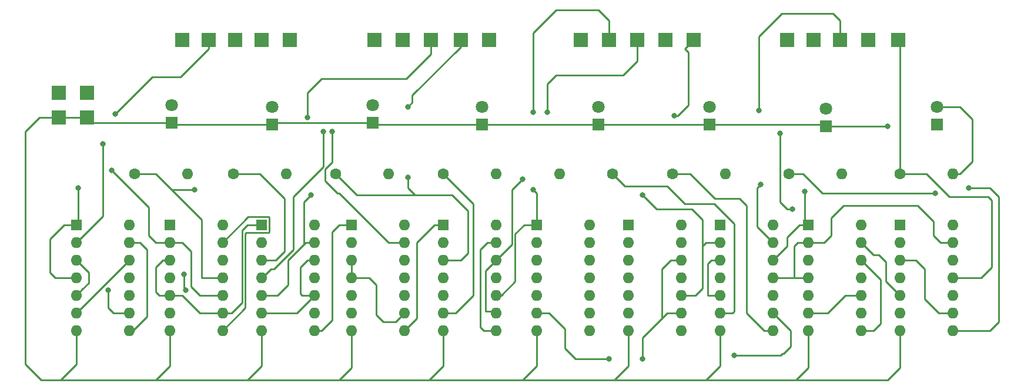
<source format=gbr>
%TF.GenerationSoftware,KiCad,Pcbnew,(5.1.6)-1*%
%TF.CreationDate,2020-12-20T18:45:25+01:00*%
%TF.ProjectId,Addierer,41646469-6572-4657-922e-6b696361645f,rev?*%
%TF.SameCoordinates,Original*%
%TF.FileFunction,Copper,L2,Bot*%
%TF.FilePolarity,Positive*%
%FSLAX46Y46*%
G04 Gerber Fmt 4.6, Leading zero omitted, Abs format (unit mm)*
G04 Created by KiCad (PCBNEW (5.1.6)-1) date 2020-12-20 18:45:25*
%MOMM*%
%LPD*%
G01*
G04 APERTURE LIST*
%TA.AperFunction,ComponentPad*%
%ADD10R,2.000000X2.000000*%
%TD*%
%TA.AperFunction,ComponentPad*%
%ADD11C,1.800000*%
%TD*%
%TA.AperFunction,ComponentPad*%
%ADD12R,1.800000X1.800000*%
%TD*%
%TA.AperFunction,ComponentPad*%
%ADD13C,1.600000*%
%TD*%
%TA.AperFunction,ComponentPad*%
%ADD14O,1.600000X1.600000*%
%TD*%
%TA.AperFunction,ComponentPad*%
%ADD15R,1.600000X1.600000*%
%TD*%
%TA.AperFunction,ViaPad*%
%ADD16C,0.800000*%
%TD*%
%TA.AperFunction,Conductor*%
%ADD17C,0.250000*%
%TD*%
G04 APERTURE END LIST*
D10*
%TO.P,GND1,1*%
%TO.N,GND*%
X59690000Y-109220000D03*
%TD*%
%TO.P,Vcc1,1*%
%TO.N,+5V*%
X59690000Y-105664000D03*
%TD*%
%TO.P,a1,1*%
%TO.N,Net-(U1-Pad1)*%
X77216000Y-98044000D03*
%TD*%
%TO.P,a2,1*%
%TO.N,Net-(U3-Pad4)*%
X105156000Y-98044000D03*
%TD*%
%TO.P,a3,1*%
%TO.N,Net-(U5-Pad12)*%
X134874000Y-98044000D03*
%TD*%
%TO.P,a4,1*%
%TO.N,Net-(U8-Pad12)*%
X164338000Y-98044000D03*
%TD*%
%TO.P,b1,1*%
%TO.N,Net-(U1-Pad2)*%
X81026000Y-98044000D03*
%TD*%
%TO.P,b2,1*%
%TO.N,Net-(U3-Pad13)*%
X109220000Y-98044000D03*
%TD*%
%TO.P,b3,1*%
%TO.N,Net-(U5-Pad10)*%
X138938000Y-98044000D03*
%TD*%
%TO.P,b4,1*%
%TO.N,Net-(U8-Pad13)*%
X168148000Y-98044000D03*
%TD*%
D11*
%TO.P,D1,2*%
%TO.N,Net-(D1-Pad2)*%
X71882000Y-107442000D03*
D12*
%TO.P,D1,1*%
%TO.N,GND*%
X71882000Y-109982000D03*
%TD*%
D11*
%TO.P,D2,2*%
%TO.N,Net-(D2-Pad2)*%
X86360000Y-107696000D03*
D12*
%TO.P,D2,1*%
%TO.N,GND*%
X86360000Y-110236000D03*
%TD*%
%TO.P,D3,1*%
%TO.N,GND*%
X100838000Y-109982000D03*
D11*
%TO.P,D3,2*%
%TO.N,Net-(D3-Pad2)*%
X100838000Y-107442000D03*
%TD*%
D12*
%TO.P,D4,1*%
%TO.N,GND*%
X116586000Y-110236000D03*
D11*
%TO.P,D4,2*%
%TO.N,Net-(D4-Pad2)*%
X116586000Y-107696000D03*
%TD*%
D12*
%TO.P,D5,1*%
%TO.N,GND*%
X133350000Y-110236000D03*
D11*
%TO.P,D5,2*%
%TO.N,Net-(D5-Pad2)*%
X133350000Y-107696000D03*
%TD*%
%TO.P,D6,2*%
%TO.N,Net-(D6-Pad2)*%
X149352000Y-107696000D03*
D12*
%TO.P,D6,1*%
%TO.N,GND*%
X149352000Y-110236000D03*
%TD*%
D11*
%TO.P,D7,2*%
%TO.N,Net-(D7-Pad2)*%
X166116000Y-107950000D03*
D12*
%TO.P,D7,1*%
%TO.N,GND*%
X166116000Y-110490000D03*
%TD*%
%TO.P,D8,1*%
%TO.N,GND*%
X182118000Y-110236000D03*
D11*
%TO.P,D8,2*%
%TO.N,Net-(D8-Pad2)*%
X182118000Y-107696000D03*
%TD*%
D10*
%TO.P,GND1,1*%
%TO.N,GND*%
X55626000Y-109220000D03*
%TD*%
D13*
%TO.P,R1,1*%
%TO.N,Net-(R1-Pad1)*%
X66548000Y-117348000D03*
D14*
%TO.P,R1,2*%
%TO.N,Net-(D1-Pad2)*%
X74168000Y-117348000D03*
%TD*%
%TO.P,R2,2*%
%TO.N,Net-(D2-Pad2)*%
X88392000Y-117348000D03*
D13*
%TO.P,R2,1*%
%TO.N,Net-(R2-Pad1)*%
X80772000Y-117348000D03*
%TD*%
%TO.P,R3,1*%
%TO.N,Net-(R3-Pad1)*%
X95504000Y-117348000D03*
D14*
%TO.P,R3,2*%
%TO.N,Net-(D3-Pad2)*%
X103124000Y-117348000D03*
%TD*%
%TO.P,R4,2*%
%TO.N,Net-(D4-Pad2)*%
X118618000Y-117348000D03*
D13*
%TO.P,R4,1*%
%TO.N,Net-(R4-Pad1)*%
X110998000Y-117348000D03*
%TD*%
%TO.P,R5,1*%
%TO.N,Net-(R5-Pad1)*%
X135382000Y-117348000D03*
D14*
%TO.P,R5,2*%
%TO.N,Net-(D5-Pad2)*%
X127762000Y-117348000D03*
%TD*%
%TO.P,R6,2*%
%TO.N,Net-(D6-Pad2)*%
X151638000Y-117348000D03*
D13*
%TO.P,R6,1*%
%TO.N,Net-(R6-Pad1)*%
X144018000Y-117348000D03*
%TD*%
%TO.P,R7,1*%
%TO.N,Net-(R7-Pad1)*%
X160782000Y-117348000D03*
D14*
%TO.P,R7,2*%
%TO.N,Net-(D7-Pad2)*%
X168402000Y-117348000D03*
%TD*%
D10*
%TO.P,S1,1*%
%TO.N,Net-(R1-Pad1)*%
X84836000Y-98044000D03*
%TD*%
%TO.P,S2,1*%
%TO.N,Net-(R3-Pad1)*%
X113538000Y-98044000D03*
%TD*%
%TO.P,S3,1*%
%TO.N,Net-(R5-Pad1)*%
X143002000Y-98044000D03*
%TD*%
%TO.P,S4,1*%
%TO.N,Net-(R7-Pad1)*%
X172212000Y-98044000D03*
%TD*%
D14*
%TO.P,U1,14*%
%TO.N,+5V*%
X65786000Y-124714000D03*
%TO.P,U1,7*%
%TO.N,GND*%
X58166000Y-139954000D03*
%TO.P,U1,13*%
%TO.N,Net-(U1-Pad13)*%
X65786000Y-127254000D03*
%TO.P,U1,6*%
%TO.N,Net-(U1-Pad12)*%
X58166000Y-137414000D03*
%TO.P,U1,12*%
X65786000Y-129794000D03*
%TO.P,U1,5*%
%TO.N,Net-(U1-Pad10)*%
X58166000Y-134874000D03*
%TO.P,U1,11*%
%TO.N,Net-(U1-Pad11)*%
X65786000Y-132334000D03*
%TO.P,U1,4*%
%TO.N,Net-(U1-Pad1)*%
X58166000Y-132334000D03*
%TO.P,U1,10*%
%TO.N,Net-(U1-Pad10)*%
X65786000Y-134874000D03*
%TO.P,U1,3*%
X58166000Y-129794000D03*
%TO.P,U1,9*%
%TO.N,Net-(U1-Pad2)*%
X65786000Y-137414000D03*
%TO.P,U1,2*%
X58166000Y-127254000D03*
%TO.P,U1,8*%
%TO.N,Net-(U1-Pad13)*%
X65786000Y-139954000D03*
D15*
%TO.P,U1,1*%
%TO.N,Net-(U1-Pad1)*%
X58166000Y-124714000D03*
%TD*%
D14*
%TO.P,U2,14*%
%TO.N,+5V*%
X79248000Y-124714000D03*
%TO.P,U2,7*%
%TO.N,GND*%
X71628000Y-139954000D03*
%TO.P,U2,13*%
%TO.N,Net-(U2-Pad13)*%
X79248000Y-127254000D03*
%TO.P,U2,6*%
%TO.N,Net-(U2-Pad12)*%
X71628000Y-137414000D03*
%TO.P,U2,12*%
X79248000Y-129794000D03*
%TO.P,U2,5*%
%TO.N,Net-(U2-Pad3)*%
X71628000Y-134874000D03*
%TO.P,U2,11*%
%TO.N,Net-(R1-Pad1)*%
X79248000Y-132334000D03*
%TO.P,U2,4*%
%TO.N,Net-(U1-Pad11)*%
X71628000Y-132334000D03*
%TO.P,U2,10*%
%TO.N,Net-(U2-Pad10)*%
X79248000Y-134874000D03*
%TO.P,U2,3*%
%TO.N,Net-(U2-Pad3)*%
X71628000Y-129794000D03*
%TO.P,U2,9*%
X79248000Y-137414000D03*
%TO.P,U2,2*%
%TO.N,Net-(U2-Pad10)*%
X71628000Y-127254000D03*
%TO.P,U2,8*%
%TO.N,Net-(U2-Pad13)*%
X79248000Y-139954000D03*
D15*
%TO.P,U2,1*%
%TO.N,Net-(U1-Pad11)*%
X71628000Y-124714000D03*
%TD*%
%TO.P,U3,1*%
%TO.N,Net-(U2-Pad3)*%
X84836000Y-124714000D03*
D14*
%TO.P,U3,8*%
%TO.N,Net-(U3-Pad8)*%
X92456000Y-139954000D03*
%TO.P,U3,2*%
%TO.N,Net-(U1-Pad10)*%
X84836000Y-127254000D03*
%TO.P,U3,9*%
%TO.N,Net-(U3-Pad4)*%
X92456000Y-137414000D03*
%TO.P,U3,3*%
%TO.N,Net-(R2-Pad1)*%
X84836000Y-129794000D03*
%TO.P,U3,10*%
%TO.N,Net-(U3-Pad10)*%
X92456000Y-134874000D03*
%TO.P,U3,4*%
%TO.N,Net-(U3-Pad4)*%
X84836000Y-132334000D03*
%TO.P,U3,11*%
%TO.N,Net-(U3-Pad11)*%
X92456000Y-132334000D03*
%TO.P,U3,5*%
%TO.N,Net-(U3-Pad13)*%
X84836000Y-134874000D03*
%TO.P,U3,12*%
%TO.N,Net-(U3-Pad10)*%
X92456000Y-129794000D03*
%TO.P,U3,6*%
X84836000Y-137414000D03*
%TO.P,U3,13*%
%TO.N,Net-(U3-Pad13)*%
X92456000Y-127254000D03*
%TO.P,U3,7*%
%TO.N,GND*%
X84836000Y-139954000D03*
%TO.P,U3,14*%
%TO.N,+5V*%
X92456000Y-124714000D03*
%TD*%
%TO.P,U4,14*%
%TO.N,+5V*%
X105410000Y-124714000D03*
%TO.P,U4,7*%
%TO.N,GND*%
X97790000Y-139954000D03*
%TO.P,U4,13*%
%TO.N,Net-(U4-Pad13)*%
X105410000Y-127254000D03*
%TO.P,U4,6*%
%TO.N,Net-(U4-Pad10)*%
X97790000Y-137414000D03*
%TO.P,U4,12*%
X105410000Y-129794000D03*
%TO.P,U4,5*%
%TO.N,Net-(U4-Pad13)*%
X97790000Y-134874000D03*
%TO.P,U4,11*%
%TO.N,Net-(U4-Pad11)*%
X105410000Y-132334000D03*
%TO.P,U4,4*%
%TO.N,Net-(U4-Pad3)*%
X97790000Y-132334000D03*
%TO.P,U4,10*%
%TO.N,Net-(U4-Pad10)*%
X105410000Y-134874000D03*
%TO.P,U4,3*%
%TO.N,Net-(U4-Pad3)*%
X97790000Y-129794000D03*
%TO.P,U4,9*%
X105410000Y-137414000D03*
%TO.P,U4,2*%
%TO.N,Net-(U3-Pad11)*%
X97790000Y-127254000D03*
%TO.P,U4,8*%
%TO.N,Net-(U4-Pad8)*%
X105410000Y-139954000D03*
D15*
%TO.P,U4,1*%
%TO.N,Net-(U3-Pad8)*%
X97790000Y-124714000D03*
%TD*%
%TO.P,U5,1*%
%TO.N,Net-(U4-Pad8)*%
X110998000Y-124714000D03*
D14*
%TO.P,U5,8*%
%TO.N,Net-(U5-Pad13)*%
X118618000Y-139954000D03*
%TO.P,U5,2*%
%TO.N,Net-(U4-Pad11)*%
X110998000Y-127254000D03*
%TO.P,U5,9*%
%TO.N,Net-(U5-Pad12)*%
X118618000Y-137414000D03*
%TO.P,U5,3*%
%TO.N,Net-(R3-Pad1)*%
X110998000Y-129794000D03*
%TO.P,U5,10*%
%TO.N,Net-(U5-Pad10)*%
X118618000Y-134874000D03*
%TO.P,U5,4*%
%TO.N,Net-(U4-Pad10)*%
X110998000Y-132334000D03*
%TO.P,U5,11*%
%TO.N,Net-(U5-Pad11)*%
X118618000Y-132334000D03*
%TO.P,U5,5*%
%TO.N,Net-(U3-Pad10)*%
X110998000Y-134874000D03*
%TO.P,U5,12*%
%TO.N,Net-(U5-Pad12)*%
X118618000Y-129794000D03*
%TO.P,U5,6*%
%TO.N,Net-(R4-Pad1)*%
X110998000Y-137414000D03*
%TO.P,U5,13*%
%TO.N,Net-(U5-Pad13)*%
X118618000Y-127254000D03*
%TO.P,U5,7*%
%TO.N,GND*%
X110998000Y-139954000D03*
%TO.P,U5,14*%
%TO.N,+5V*%
X118618000Y-124714000D03*
%TD*%
%TO.P,U6,14*%
%TO.N,+5V*%
X132080000Y-124714000D03*
%TO.P,U6,7*%
%TO.N,GND*%
X124460000Y-139954000D03*
%TO.P,U6,13*%
%TO.N,N/C*%
X132080000Y-127254000D03*
%TO.P,U6,6*%
%TO.N,Net-(U6-Pad6)*%
X124460000Y-137414000D03*
%TO.P,U6,12*%
%TO.N,N/C*%
X132080000Y-129794000D03*
%TO.P,U6,5*%
%TO.N,Net-(U6-Pad3)*%
X124460000Y-134874000D03*
%TO.P,U6,11*%
%TO.N,N/C*%
X132080000Y-132334000D03*
%TO.P,U6,4*%
%TO.N,Net-(U5-Pad11)*%
X124460000Y-132334000D03*
%TO.P,U6,10*%
%TO.N,N/C*%
X132080000Y-134874000D03*
%TO.P,U6,3*%
%TO.N,Net-(U6-Pad3)*%
X124460000Y-129794000D03*
%TO.P,U6,9*%
%TO.N,N/C*%
X132080000Y-137414000D03*
%TO.P,U6,2*%
%TO.N,Net-(U5-Pad13)*%
X124460000Y-127254000D03*
%TO.P,U6,8*%
%TO.N,N/C*%
X132080000Y-139954000D03*
D15*
%TO.P,U6,1*%
%TO.N,Net-(U5-Pad10)*%
X124460000Y-124714000D03*
%TD*%
%TO.P,U7,1*%
%TO.N,N/C*%
X137668000Y-124714000D03*
D14*
%TO.P,U7,8*%
%TO.N,Net-(U7-Pad13)*%
X145288000Y-139954000D03*
%TO.P,U7,2*%
%TO.N,N/C*%
X137668000Y-127254000D03*
%TO.P,U7,9*%
%TO.N,Net-(U6-Pad6)*%
X145288000Y-137414000D03*
%TO.P,U7,3*%
%TO.N,N/C*%
X137668000Y-129794000D03*
%TO.P,U7,10*%
%TO.N,Net-(U7-Pad10)*%
X145288000Y-134874000D03*
%TO.P,U7,4*%
%TO.N,N/C*%
X137668000Y-132334000D03*
%TO.P,U7,11*%
%TO.N,Net-(U7-Pad11)*%
X145288000Y-132334000D03*
%TO.P,U7,5*%
%TO.N,N/C*%
X137668000Y-134874000D03*
%TO.P,U7,12*%
%TO.N,Net-(U6-Pad6)*%
X145288000Y-129794000D03*
%TO.P,U7,6*%
%TO.N,N/C*%
X137668000Y-137414000D03*
%TO.P,U7,13*%
%TO.N,Net-(U7-Pad13)*%
X145288000Y-127254000D03*
%TO.P,U7,7*%
%TO.N,GND*%
X137668000Y-139954000D03*
%TO.P,U7,14*%
%TO.N,+5V*%
X145288000Y-124714000D03*
%TD*%
%TO.P,U8,14*%
%TO.N,+5V*%
X158496000Y-124714000D03*
%TO.P,U8,7*%
%TO.N,GND*%
X150876000Y-139954000D03*
%TO.P,U8,13*%
%TO.N,Net-(U8-Pad13)*%
X158496000Y-127254000D03*
%TO.P,U8,6*%
%TO.N,Net-(R5-Pad1)*%
X150876000Y-137414000D03*
%TO.P,U8,12*%
%TO.N,Net-(U8-Pad12)*%
X158496000Y-129794000D03*
%TO.P,U8,5*%
%TO.N,Net-(U8-Pad3)*%
X150876000Y-134874000D03*
%TO.P,U8,11*%
%TO.N,Net-(U10-Pad13)*%
X158496000Y-132334000D03*
%TO.P,U8,4*%
%TO.N,Net-(U7-Pad11)*%
X150876000Y-132334000D03*
%TO.P,U8,10*%
%TO.N,Net-(U5-Pad13)*%
X158496000Y-134874000D03*
%TO.P,U8,3*%
%TO.N,Net-(U8-Pad3)*%
X150876000Y-129794000D03*
%TO.P,U8,9*%
%TO.N,Net-(U7-Pad13)*%
X158496000Y-137414000D03*
%TO.P,U8,2*%
%TO.N,Net-(U7-Pad10)*%
X150876000Y-127254000D03*
%TO.P,U8,8*%
%TO.N,Net-(R6-Pad1)*%
X158496000Y-139954000D03*
D15*
%TO.P,U8,1*%
%TO.N,Net-(U7-Pad13)*%
X150876000Y-124714000D03*
%TD*%
%TO.P,U9,1*%
%TO.N,Net-(U8-Pad12)*%
X163576000Y-124714000D03*
D14*
%TO.P,U9,8*%
%TO.N,Net-(U10-Pad1)*%
X171196000Y-139954000D03*
%TO.P,U9,2*%
%TO.N,Net-(U10-Pad13)*%
X163576000Y-127254000D03*
%TO.P,U9,9*%
%TO.N,Net-(U9-Pad3)*%
X171196000Y-137414000D03*
%TO.P,U9,3*%
X163576000Y-129794000D03*
%TO.P,U9,10*%
%TO.N,Net-(U9-Pad10)*%
X171196000Y-134874000D03*
%TO.P,U9,4*%
%TO.N,Net-(U10-Pad13)*%
X163576000Y-132334000D03*
%TO.P,U9,11*%
%TO.N,Net-(U10-Pad12)*%
X171196000Y-132334000D03*
%TO.P,U9,5*%
%TO.N,Net-(U8-Pad13)*%
X163576000Y-134874000D03*
%TO.P,U9,12*%
%TO.N,Net-(U10-Pad1)*%
X171196000Y-129794000D03*
%TO.P,U9,6*%
%TO.N,Net-(U9-Pad10)*%
X163576000Y-137414000D03*
%TO.P,U9,13*%
%TO.N,Net-(U10-Pad5)*%
X171196000Y-127254000D03*
%TO.P,U9,7*%
%TO.N,GND*%
X163576000Y-139954000D03*
%TO.P,U9,14*%
%TO.N,+5V*%
X171196000Y-124714000D03*
%TD*%
D15*
%TO.P,U10,1*%
%TO.N,Net-(U10-Pad1)*%
X176784000Y-124714000D03*
D14*
%TO.P,U10,8*%
%TO.N,Net-(R7-Pad1)*%
X184404000Y-139954000D03*
%TO.P,U10,2*%
%TO.N,Net-(U10-Pad12)*%
X176784000Y-127254000D03*
%TO.P,U10,9*%
%TO.N,Net-(U10-Pad3)*%
X184404000Y-137414000D03*
%TO.P,U10,3*%
X176784000Y-129794000D03*
%TO.P,U10,10*%
%TO.N,Net-(U10-Pad10)*%
X184404000Y-134874000D03*
%TO.P,U10,4*%
%TO.N,Net-(U10-Pad12)*%
X176784000Y-132334000D03*
%TO.P,U10,11*%
%TO.N,Net-(R8-Pad1)*%
X184404000Y-132334000D03*
%TO.P,U10,5*%
%TO.N,Net-(U10-Pad5)*%
X176784000Y-134874000D03*
%TO.P,U10,12*%
%TO.N,Net-(U10-Pad12)*%
X184404000Y-129794000D03*
%TO.P,U10,6*%
%TO.N,Net-(U10-Pad10)*%
X176784000Y-137414000D03*
%TO.P,U10,13*%
%TO.N,Net-(U10-Pad13)*%
X184404000Y-127254000D03*
%TO.P,U10,7*%
%TO.N,GND*%
X176784000Y-139954000D03*
%TO.P,U10,14*%
%TO.N,+5V*%
X184404000Y-124714000D03*
%TD*%
D10*
%TO.P,Un1,1*%
%TO.N,Net-(U2-Pad10)*%
X73406000Y-98044000D03*
%TD*%
%TO.P,Un2,1*%
%TO.N,Net-(U4-Pad13)*%
X101092000Y-98044000D03*
%TD*%
%TO.P,Un3,1*%
%TO.N,Net-(U7-Pad10)*%
X130810000Y-98044000D03*
%TD*%
%TO.P,Un4,1*%
%TO.N,Net-(U10-Pad5)*%
X160528000Y-98044000D03*
%TD*%
%TO.P,Vcc1,1*%
%TO.N,+5V*%
X55626000Y-105664000D03*
%TD*%
%TO.P,\u00DCn+1,1*%
%TO.N,Net-(R2-Pad1)*%
X88900000Y-98044000D03*
%TD*%
%TO.P,\u00DCn+2,1*%
%TO.N,Net-(R4-Pad1)*%
X117602000Y-98044000D03*
%TD*%
%TO.P,\u00DCn+3,1*%
%TO.N,Net-(R6-Pad1)*%
X147066000Y-98044000D03*
%TD*%
%TO.P,\u00DCn+4,1*%
%TO.N,Net-(R8-Pad1)*%
X176530000Y-98044000D03*
%TD*%
D13*
%TO.P,R8,1*%
%TO.N,Net-(R8-Pad1)*%
X176784000Y-117348000D03*
D14*
%TO.P,R8,2*%
%TO.N,Net-(D8-Pad2)*%
X184404000Y-117348000D03*
%TD*%
D16*
%TO.N,Net-(U1-Pad1)*%
X63754000Y-108712000D03*
X58420000Y-119380000D03*
%TO.N,Net-(U1-Pad2)*%
X62738000Y-134112000D03*
X61976000Y-113030000D03*
%TO.N,Net-(R1-Pad1)*%
X75184000Y-119634000D03*
%TO.N,Net-(R3-Pad1)*%
X105918000Y-107696000D03*
X105918000Y-117856000D03*
%TO.N,Net-(U2-Pad10)*%
X63246000Y-116840000D03*
%TO.N,Net-(U2-Pad12)*%
X73660000Y-131826000D03*
X73918653Y-134116653D03*
%TO.N,Net-(U3-Pad4)*%
X93726000Y-111252000D03*
%TO.N,Net-(U3-Pad13)*%
X91440000Y-109220000D03*
X91948000Y-120396000D03*
%TO.N,Net-(U4-Pad13)*%
X94996000Y-111252000D03*
%TO.N,Net-(U5-Pad12)*%
X123952000Y-108458000D03*
X122428000Y-118110000D03*
%TO.N,Net-(U5-Pad10)*%
X125984000Y-108458000D03*
X123952000Y-119634000D03*
%TO.N,Net-(R6-Pad1)*%
X144272000Y-108966000D03*
%TO.N,Net-(R7-Pad1)*%
X181864000Y-120142000D03*
X186690000Y-119380000D03*
%TO.N,Net-(U6-Pad6)*%
X134874000Y-144018000D03*
X139700000Y-144018000D03*
%TO.N,Net-(U7-Pad13)*%
X152908000Y-143510000D03*
%TO.N,Net-(U7-Pad10)*%
X139700000Y-120396000D03*
%TO.N,Net-(U8-Pad12)*%
X163068000Y-119888000D03*
%TO.N,Net-(U8-Pad13)*%
X156464000Y-108204000D03*
X156718000Y-118872000D03*
%TO.N,Net-(U10-Pad5)*%
X161290000Y-122428000D03*
X159524991Y-111518991D03*
%TO.N,GND*%
X86360000Y-110236000D03*
X175006000Y-110490000D03*
%TD*%
D17*
%TO.N,Net-(U1-Pad1)*%
X77216000Y-98044000D02*
X77216000Y-99314000D01*
X77216000Y-99314000D02*
X73152000Y-103378000D01*
X73152000Y-103378000D02*
X69088000Y-103378000D01*
X69088000Y-103378000D02*
X63754000Y-108712000D01*
X63754000Y-108712000D02*
X63754000Y-108712000D01*
X58420000Y-124460000D02*
X58166000Y-124714000D01*
X58420000Y-119380000D02*
X58420000Y-124460000D01*
X58166000Y-124714000D02*
X56388000Y-124714000D01*
X56388000Y-124714000D02*
X54356000Y-126746000D01*
X54356000Y-126746000D02*
X54356000Y-131572000D01*
X55118000Y-132334000D02*
X58166000Y-132334000D01*
X54356000Y-131572000D02*
X55118000Y-132334000D01*
%TO.N,Net-(U1-Pad2)*%
X65786000Y-137414000D02*
X63500000Y-137414000D01*
X63500000Y-137414000D02*
X62738000Y-136652000D01*
X62738000Y-136652000D02*
X62738000Y-134112000D01*
X61976000Y-123444000D02*
X58166000Y-127254000D01*
X61976000Y-113030000D02*
X61976000Y-123444000D01*
%TO.N,Net-(R1-Pad1)*%
X79248000Y-132334000D02*
X76200000Y-132334000D01*
X76200000Y-132334000D02*
X76200000Y-123952000D01*
X69596000Y-117348000D02*
X66548000Y-117348000D01*
X76200000Y-123952000D02*
X71882000Y-119634000D01*
X75184000Y-119634000D02*
X71882000Y-119634000D01*
X71882000Y-119634000D02*
X69596000Y-117348000D01*
%TO.N,Net-(R3-Pad1)*%
X113538000Y-129794000D02*
X110998000Y-129794000D01*
X95504000Y-117348000D02*
X98552000Y-120396000D01*
X114554000Y-128778000D02*
X113538000Y-129794000D01*
X112268000Y-120396000D02*
X114554000Y-122682000D01*
X114554000Y-122682000D02*
X114554000Y-128778000D01*
X113538000Y-98044000D02*
X113538000Y-99060000D01*
X106553000Y-107061000D02*
X105918000Y-107696000D01*
X106553000Y-106045000D02*
X106553000Y-107061000D01*
X113538000Y-99060000D02*
X106553000Y-106045000D01*
X105918000Y-119380000D02*
X106934000Y-120396000D01*
X105918000Y-117856000D02*
X105918000Y-119380000D01*
X98552000Y-120396000D02*
X106934000Y-120396000D01*
X106934000Y-120396000D02*
X112268000Y-120396000D01*
%TO.N,Net-(U1-Pad13)*%
X65786000Y-127254000D02*
X67310000Y-127254000D01*
X67310000Y-127254000D02*
X68326000Y-128270000D01*
X68326000Y-128270000D02*
X68326000Y-137922000D01*
X66294000Y-139954000D02*
X65786000Y-139954000D01*
X68326000Y-137922000D02*
X66294000Y-139954000D01*
%TO.N,Net-(U1-Pad10)*%
X58166000Y-129794000D02*
X59944000Y-131572000D01*
X59055000Y-133985000D02*
X59944000Y-133096000D01*
X59055000Y-133985000D02*
X58166000Y-134874000D01*
X59182000Y-133858000D02*
X59055000Y-133985000D01*
X59944000Y-133096000D02*
X59944000Y-131572000D01*
%TO.N,Net-(U1-Pad12)*%
X58166000Y-137414000D02*
X65786000Y-129794000D01*
%TO.N,Net-(U2-Pad10)*%
X71628000Y-127254000D02*
X73406000Y-127254000D01*
X73406000Y-127254000D02*
X74676000Y-128524000D01*
X74676000Y-128524000D02*
X74676000Y-133604000D01*
X75946000Y-134874000D02*
X79248000Y-134874000D01*
X74676000Y-133604000D02*
X75946000Y-134874000D01*
X63246000Y-116840000D02*
X68580000Y-122174000D01*
X68580000Y-122174000D02*
X68580000Y-126238000D01*
X69596000Y-127254000D02*
X71628000Y-127254000D01*
X68580000Y-126238000D02*
X69596000Y-127254000D01*
%TO.N,Net-(U2-Pad3)*%
X79248000Y-137414000D02*
X75946000Y-137414000D01*
X73406000Y-134874000D02*
X71628000Y-134874000D01*
X75946000Y-137414000D02*
X73406000Y-134874000D01*
X70104000Y-134874000D02*
X71628000Y-134874000D01*
X69596000Y-130810000D02*
X69596000Y-134366000D01*
X69596000Y-134366000D02*
X70104000Y-134874000D01*
X71628000Y-129794000D02*
X70612000Y-129794000D01*
X70612000Y-129794000D02*
X69596000Y-130810000D01*
X84836000Y-124714000D02*
X82804000Y-124714000D01*
X82804000Y-124714000D02*
X82042000Y-125476000D01*
X82042000Y-125476000D02*
X82042000Y-135890000D01*
X80518000Y-137414000D02*
X79248000Y-137414000D01*
X82042000Y-135890000D02*
X80518000Y-137414000D01*
%TO.N,Net-(U2-Pad12)*%
X73660000Y-131826000D02*
X73660000Y-133858000D01*
X73660000Y-133858000D02*
X73918653Y-134116653D01*
%TO.N,Net-(U2-Pad13)*%
X82492010Y-136709990D02*
X79248000Y-139954000D01*
X82492010Y-126015602D02*
X82492010Y-136709990D01*
X85896001Y-125839001D02*
X82668611Y-125839001D01*
X85961001Y-125774001D02*
X85896001Y-125839001D01*
X85961001Y-123653999D02*
X85961001Y-125774001D01*
X82668611Y-125839001D02*
X82492010Y-126015602D01*
X85896001Y-123588999D02*
X85961001Y-123653999D01*
X82913001Y-123588999D02*
X85896001Y-123588999D01*
X79248000Y-127254000D02*
X82913001Y-123588999D01*
%TO.N,Net-(U3-Pad4)*%
X84964410Y-132334000D02*
X86234410Y-131064000D01*
X84836000Y-132334000D02*
X84964410Y-132334000D01*
X86234410Y-131064000D02*
X86614000Y-131064000D01*
X86614000Y-131064000D02*
X88138000Y-129540000D01*
X88138000Y-129540000D02*
X89408000Y-128270000D01*
X89408000Y-128270000D02*
X89408000Y-120650000D01*
X89408000Y-120650000D02*
X93726000Y-116332000D01*
X93726000Y-116332000D02*
X93726000Y-111252000D01*
%TO.N,Net-(U3-Pad13)*%
X92456000Y-127254000D02*
X91186000Y-127254000D01*
X88646000Y-129794000D02*
X88646000Y-133350000D01*
X87122000Y-134874000D02*
X84836000Y-134874000D01*
X88646000Y-133350000D02*
X87122000Y-134874000D01*
X109220000Y-98044000D02*
X109220000Y-100076000D01*
X109220000Y-100076000D02*
X105664000Y-103632000D01*
X105664000Y-103632000D02*
X93472000Y-103632000D01*
X93472000Y-103632000D02*
X91440000Y-105664000D01*
X91440000Y-105664000D02*
X91440000Y-109220000D01*
X90932000Y-121412000D02*
X90932000Y-127508000D01*
X91948000Y-120396000D02*
X90932000Y-121412000D01*
X91186000Y-127254000D02*
X90932000Y-127508000D01*
X90932000Y-127508000D02*
X88646000Y-129794000D01*
%TO.N,Net-(R2-Pad1)*%
X80772000Y-117348000D02*
X84582000Y-117348000D01*
X84582000Y-117348000D02*
X88138000Y-120904000D01*
X88138000Y-120904000D02*
X88138000Y-128524000D01*
X86868000Y-129794000D02*
X84836000Y-129794000D01*
X88138000Y-128524000D02*
X86868000Y-129794000D01*
%TO.N,Net-(R4-Pad1)*%
X110998000Y-117348000D02*
X115316000Y-121666000D01*
X115316000Y-121666000D02*
X115316000Y-134874000D01*
X112776000Y-137414000D02*
X110998000Y-137414000D01*
X115316000Y-134874000D02*
X112776000Y-137414000D01*
%TO.N,Net-(U3-Pad10)*%
X89916000Y-137414000D02*
X92456000Y-134874000D01*
X84836000Y-137414000D02*
X89916000Y-137414000D01*
X92456000Y-129794000D02*
X91440000Y-129794000D01*
X91440000Y-129794000D02*
X90424000Y-130810000D01*
X90424000Y-130810000D02*
X90424000Y-134620000D01*
X90678000Y-134874000D02*
X92456000Y-134874000D01*
X90424000Y-134620000D02*
X90678000Y-134874000D01*
%TO.N,Net-(U3-Pad8)*%
X97790000Y-124714000D02*
X96012000Y-124714000D01*
X96012000Y-124714000D02*
X94996000Y-125730000D01*
X94996000Y-125730000D02*
X94996000Y-138430000D01*
X93472000Y-139954000D02*
X92456000Y-139954000D01*
X94996000Y-138430000D02*
X93472000Y-139954000D01*
%TO.N,Net-(U4-Pad13)*%
X105410000Y-127254000D02*
X103124000Y-127254000D01*
X103124000Y-127254000D02*
X100838000Y-124968000D01*
X100838000Y-124968000D02*
X96012000Y-120142000D01*
X96012000Y-120142000D02*
X95758000Y-120142000D01*
X93980000Y-116714410D02*
X94996000Y-115698410D01*
X95758000Y-120142000D02*
X93980000Y-118364000D01*
X93980000Y-118364000D02*
X93980000Y-116714410D01*
X94996000Y-115698410D02*
X94996000Y-111252000D01*
%TO.N,Net-(U4-Pad8)*%
X110998000Y-124714000D02*
X109728000Y-124714000D01*
X109728000Y-124714000D02*
X107188000Y-127254000D01*
X107188000Y-138176000D02*
X105410000Y-139954000D01*
X107188000Y-127254000D02*
X107188000Y-138176000D01*
%TO.N,Net-(U4-Pad3)*%
X97790000Y-129794000D02*
X97790000Y-132334000D01*
X97790000Y-132334000D02*
X100330000Y-132334000D01*
X100330000Y-132334000D02*
X101346000Y-133350000D01*
X101346000Y-133350000D02*
X101346000Y-137668000D01*
X101346000Y-137668000D02*
X102362000Y-138684000D01*
X104140000Y-138684000D02*
X105410000Y-137414000D01*
X102362000Y-138684000D02*
X104140000Y-138684000D01*
%TO.N,Net-(U5-Pad12)*%
X118364000Y-137160000D02*
X118618000Y-137414000D01*
X118618000Y-129794000D02*
X117094000Y-131318000D01*
X117094000Y-137160000D02*
X118364000Y-137160000D01*
X117094000Y-131318000D02*
X117094000Y-137160000D01*
X134874000Y-98044000D02*
X134874000Y-95250000D01*
X134874000Y-95250000D02*
X133350000Y-93726000D01*
X133350000Y-93726000D02*
X128524000Y-93726000D01*
X128524000Y-93726000D02*
X127254000Y-93726000D01*
X127254000Y-93726000D02*
X123952000Y-97028000D01*
X123952000Y-97028000D02*
X123952000Y-108458000D01*
X122428000Y-118110000D02*
X120904000Y-119634000D01*
X120904000Y-127508000D02*
X118618000Y-129794000D01*
X120904000Y-119634000D02*
X120904000Y-127508000D01*
%TO.N,Net-(U5-Pad10)*%
X138938000Y-98044000D02*
X138938000Y-101092000D01*
X138938000Y-101092000D02*
X136906000Y-103124000D01*
X136906000Y-103124000D02*
X127254000Y-103124000D01*
X127254000Y-103124000D02*
X125984000Y-104394000D01*
X125984000Y-104394000D02*
X125984000Y-108458000D01*
X124460000Y-120142000D02*
X124460000Y-124714000D01*
X123952000Y-119634000D02*
X124460000Y-120142000D01*
X124460000Y-124714000D02*
X122682000Y-124714000D01*
X121354010Y-126041990D02*
X121354010Y-132899990D01*
X122682000Y-124714000D02*
X121354010Y-126041990D01*
X119380000Y-134874000D02*
X118618000Y-134874000D01*
X121354010Y-132899990D02*
X119380000Y-134874000D01*
%TO.N,Net-(D8-Pad2)*%
X182118000Y-107696000D02*
X185420000Y-107696000D01*
X185420000Y-107696000D02*
X187198000Y-109474000D01*
X187198000Y-109474000D02*
X187198000Y-115570000D01*
X185420000Y-117348000D02*
X184404000Y-117348000D01*
X187198000Y-115570000D02*
X185420000Y-117348000D01*
%TO.N,Net-(R5-Pad1)*%
X150876000Y-137414000D02*
X152654000Y-137414000D01*
X152654000Y-137414000D02*
X152908000Y-137160000D01*
X152908000Y-124560998D02*
X150013002Y-121666000D01*
X152908000Y-137160000D02*
X152908000Y-124560998D01*
X150013002Y-121666000D02*
X145796000Y-121666000D01*
X145796000Y-121666000D02*
X143256000Y-119126000D01*
X137160000Y-119126000D02*
X135382000Y-117348000D01*
X143256000Y-119126000D02*
X137160000Y-119126000D01*
%TO.N,Net-(R6-Pad1)*%
X144018000Y-117348000D02*
X146558000Y-117348000D01*
X146558000Y-117348000D02*
X150114000Y-120904000D01*
X150114000Y-120904000D02*
X153670000Y-120904000D01*
X153670000Y-120904000D02*
X154686000Y-121920000D01*
X154686000Y-121920000D02*
X154686000Y-137414000D01*
X157226000Y-139954000D02*
X158496000Y-139954000D01*
X154686000Y-137414000D02*
X157226000Y-139954000D01*
X147066000Y-98044000D02*
X145796000Y-99314000D01*
X146304000Y-99822000D02*
X146304000Y-107442000D01*
X145796000Y-99314000D02*
X146304000Y-99822000D01*
X146304000Y-107442000D02*
X144780000Y-108966000D01*
X144780000Y-108966000D02*
X144272000Y-108966000D01*
%TO.N,Net-(R7-Pad1)*%
X160782000Y-117348000D02*
X162814000Y-117348000D01*
X162814000Y-117348000D02*
X165608000Y-120142000D01*
X165608000Y-120142000D02*
X181864000Y-120142000D01*
X191008000Y-120650000D02*
X191008000Y-138684000D01*
X191008000Y-138684000D02*
X189738000Y-139954000D01*
X186690000Y-119380000D02*
X189738000Y-119380000D01*
X189738000Y-139954000D02*
X184404000Y-139954000D01*
X189738000Y-119380000D02*
X191008000Y-120650000D01*
%TO.N,Net-(R8-Pad1)*%
X176784000Y-117348000D02*
X180594000Y-117348000D01*
X180594000Y-117348000D02*
X183896000Y-120650000D01*
X183896000Y-120650000D02*
X189484000Y-120650000D01*
X189484000Y-120650000D02*
X189992000Y-121158000D01*
X189992000Y-121158000D02*
X189992000Y-130810000D01*
X188468000Y-132334000D02*
X184404000Y-132334000D01*
X189992000Y-130810000D02*
X188468000Y-132334000D01*
X176784000Y-98298000D02*
X176530000Y-98044000D01*
X176784000Y-117348000D02*
X176784000Y-98298000D01*
%TO.N,Net-(U5-Pad13)*%
X118618000Y-127254000D02*
X117348000Y-127254000D01*
X117348000Y-127254000D02*
X116332000Y-128270000D01*
X116332000Y-128270000D02*
X116332000Y-139446000D01*
X116840000Y-139954000D02*
X118618000Y-139954000D01*
X116332000Y-139446000D02*
X116840000Y-139954000D01*
%TO.N,Net-(U6-Pad6)*%
X124460000Y-137414000D02*
X126238000Y-137414000D01*
X126238000Y-137414000D02*
X128524000Y-139700000D01*
X128524000Y-139700000D02*
X128524000Y-142494000D01*
X128524000Y-142494000D02*
X130048000Y-144018000D01*
X130048000Y-144018000D02*
X134874000Y-144018000D01*
X139700000Y-144018000D02*
X139700000Y-140970000D01*
X143256000Y-137414000D02*
X145288000Y-137414000D01*
X145288000Y-129794000D02*
X143764000Y-129794000D01*
X142494000Y-131064000D02*
X142494000Y-138176000D01*
X143764000Y-129794000D02*
X142494000Y-131064000D01*
X139700000Y-140970000D02*
X142494000Y-138176000D01*
X142494000Y-138176000D02*
X143256000Y-137414000D01*
%TO.N,Net-(U7-Pad13)*%
X158496000Y-137414000D02*
X161036000Y-139954000D01*
X161036000Y-139954000D02*
X161036000Y-142240000D01*
X161036000Y-142240000D02*
X160020000Y-143256000D01*
X159637590Y-143510000D02*
X152908000Y-143510000D01*
X160020000Y-143256000D02*
X159891590Y-143256000D01*
X159891590Y-143256000D02*
X159637590Y-143510000D01*
%TO.N,Net-(U7-Pad10)*%
X145288000Y-134874000D02*
X147320000Y-134874000D01*
X147320000Y-134874000D02*
X148336000Y-133858000D01*
X148336000Y-133858000D02*
X148336000Y-127762000D01*
X148844000Y-127254000D02*
X150876000Y-127254000D01*
X148336000Y-127762000D02*
X148844000Y-127254000D01*
X148336000Y-127762000D02*
X148336000Y-123952000D01*
X148336000Y-123952000D02*
X147574000Y-123190000D01*
X147574000Y-123190000D02*
X146812000Y-122428000D01*
X146812000Y-122428000D02*
X141732000Y-122428000D01*
X141732000Y-122428000D02*
X139700000Y-120396000D01*
%TO.N,Net-(U8-Pad3)*%
X150876000Y-129794000D02*
X149606000Y-129794000D01*
X149606000Y-129794000D02*
X149098000Y-130302000D01*
X149098000Y-130302000D02*
X149098000Y-134874000D01*
X149098000Y-134874000D02*
X150876000Y-134874000D01*
%TO.N,Net-(U10-Pad13)*%
X163576000Y-127254000D02*
X162052000Y-127254000D01*
X162052000Y-127254000D02*
X161544000Y-127762000D01*
X163576000Y-132334000D02*
X161544000Y-132334000D01*
X161544000Y-127762000D02*
X161544000Y-132334000D01*
X161544000Y-132334000D02*
X158496000Y-132334000D01*
X163576000Y-127254000D02*
X165862000Y-127254000D01*
X165862000Y-127254000D02*
X166878000Y-126238000D01*
X166878000Y-126238000D02*
X166878000Y-123698000D01*
X166878000Y-123698000D02*
X168656000Y-121920000D01*
X168656000Y-121920000D02*
X179324000Y-121920000D01*
X179324000Y-121920000D02*
X181610000Y-124206000D01*
X181610000Y-124206000D02*
X181610000Y-126238000D01*
X182626000Y-127254000D02*
X184404000Y-127254000D01*
X181610000Y-126238000D02*
X182626000Y-127254000D01*
%TO.N,Net-(U8-Pad12)*%
X163576000Y-124714000D02*
X162306000Y-124714000D01*
X162306000Y-124714000D02*
X160528000Y-126492000D01*
X160528000Y-127762000D02*
X158496000Y-129794000D01*
X160528000Y-126492000D02*
X160528000Y-127762000D01*
X163068000Y-124206000D02*
X163576000Y-124714000D01*
X163068000Y-119888000D02*
X163068000Y-124206000D01*
%TO.N,Net-(U8-Pad13)*%
X168148000Y-98044000D02*
X168148000Y-95250000D01*
X168148000Y-95250000D02*
X167132000Y-94234000D01*
X167132000Y-94234000D02*
X161752998Y-94234000D01*
X161752998Y-94234000D02*
X159766000Y-94234000D01*
X159766000Y-94234000D02*
X156464000Y-97536000D01*
X156464000Y-97536000D02*
X156464000Y-108204000D01*
X156718000Y-118872000D02*
X156210000Y-119380000D01*
X156210000Y-124968000D02*
X158496000Y-127254000D01*
X156210000Y-119380000D02*
X156210000Y-124968000D01*
%TO.N,Net-(U10-Pad5)*%
X171196000Y-127254000D02*
X172974000Y-129032000D01*
X172974000Y-129032000D02*
X173736000Y-129032000D01*
X173736000Y-129032000D02*
X174752000Y-130048000D01*
X174752000Y-132842000D02*
X176784000Y-134874000D01*
X174752000Y-130048000D02*
X174752000Y-132842000D01*
X161290000Y-122428000D02*
X160528000Y-122428000D01*
X159524991Y-121424991D02*
X159524991Y-111518991D01*
X160528000Y-122428000D02*
X159524991Y-121424991D01*
%TO.N,Net-(U9-Pad10)*%
X163576000Y-137414000D02*
X166370000Y-137414000D01*
X168910000Y-134874000D02*
X171196000Y-134874000D01*
X166370000Y-137414000D02*
X168910000Y-134874000D01*
%TO.N,Net-(U10-Pad1)*%
X172974000Y-139954000D02*
X171196000Y-139954000D01*
X173990000Y-138938000D02*
X172974000Y-139954000D01*
X171196000Y-129794000D02*
X173990000Y-132588000D01*
X173990000Y-132588000D02*
X173990000Y-138938000D01*
%TO.N,Net-(U10-Pad3)*%
X176784000Y-129794000D02*
X179070000Y-129794000D01*
X179070000Y-129794000D02*
X180340000Y-131064000D01*
X180340000Y-131064000D02*
X180340000Y-135382000D01*
X182372000Y-137414000D02*
X184404000Y-137414000D01*
X180340000Y-135382000D02*
X182372000Y-137414000D01*
%TO.N,GND*%
X55626000Y-109220000D02*
X52832000Y-109220000D01*
X52832000Y-109220000D02*
X50800000Y-111252000D01*
X50800000Y-111252000D02*
X50800000Y-144780000D01*
X50800000Y-144780000D02*
X53086000Y-147066000D01*
X58166000Y-144780000D02*
X58166000Y-139954000D01*
X55880000Y-147066000D02*
X58166000Y-144780000D01*
X69596000Y-147066000D02*
X55372000Y-147066000D01*
X71628000Y-145034000D02*
X69596000Y-147066000D01*
X53086000Y-147066000D02*
X55372000Y-147066000D01*
X71628000Y-139954000D02*
X71628000Y-145034000D01*
X55372000Y-147066000D02*
X55880000Y-147066000D01*
X84836000Y-139954000D02*
X84836000Y-145034000D01*
X84836000Y-145034000D02*
X82804000Y-147066000D01*
X97790000Y-145288000D02*
X96012000Y-147066000D01*
X82804000Y-147066000D02*
X82550000Y-147066000D01*
X97790000Y-139954000D02*
X97790000Y-145288000D01*
X82550000Y-147066000D02*
X69596000Y-147066000D01*
X110998000Y-139954000D02*
X110998000Y-145034000D01*
X110998000Y-145034000D02*
X108966000Y-147066000D01*
X108966000Y-147066000D02*
X95758000Y-147066000D01*
X96012000Y-147066000D02*
X95758000Y-147066000D01*
X95758000Y-147066000D02*
X82550000Y-147066000D01*
X124460000Y-139954000D02*
X124460000Y-145034000D01*
X124460000Y-145034000D02*
X122428000Y-147066000D01*
X122428000Y-147066000D02*
X108966000Y-147066000D01*
X137668000Y-139954000D02*
X137668000Y-145034000D01*
X137668000Y-145034000D02*
X135636000Y-147066000D01*
X150876000Y-139954000D02*
X150876000Y-145034000D01*
X150876000Y-145034000D02*
X148844000Y-147066000D01*
X135636000Y-147066000D02*
X135382000Y-147066000D01*
X135382000Y-147066000D02*
X122428000Y-147066000D01*
X163576000Y-145288000D02*
X161798000Y-147066000D01*
X163576000Y-139954000D02*
X163576000Y-145288000D01*
X148844000Y-147066000D02*
X148590000Y-147066000D01*
X148590000Y-147066000D02*
X135382000Y-147066000D01*
X176784000Y-139954000D02*
X176784000Y-145288000D01*
X176784000Y-145288000D02*
X175006000Y-147066000D01*
X175006000Y-147066000D02*
X161290000Y-147066000D01*
X161798000Y-147066000D02*
X161290000Y-147066000D01*
X161290000Y-147066000D02*
X148590000Y-147066000D01*
X149352000Y-110236000D02*
X133350000Y-110236000D01*
X133350000Y-110236000D02*
X116586000Y-110236000D01*
X101092000Y-110236000D02*
X100838000Y-109982000D01*
X116586000Y-110236000D02*
X101092000Y-110236000D01*
X86614000Y-109982000D02*
X86360000Y-110236000D01*
X100838000Y-109982000D02*
X86614000Y-109982000D01*
X86360000Y-110236000D02*
X86360000Y-110236000D01*
X72136000Y-110236000D02*
X71882000Y-109982000D01*
X86360000Y-110236000D02*
X72136000Y-110236000D01*
X60452000Y-109982000D02*
X59690000Y-109220000D01*
X71882000Y-109982000D02*
X60452000Y-109982000D01*
X59690000Y-109220000D02*
X55626000Y-109220000D01*
X165862000Y-110236000D02*
X166116000Y-110490000D01*
X149352000Y-110236000D02*
X165862000Y-110236000D01*
X166116000Y-110490000D02*
X174244000Y-110490000D01*
X174244000Y-110490000D02*
X175006000Y-110490000D01*
X175006000Y-110490000D02*
X175006000Y-110490000D01*
%TD*%
M02*

</source>
